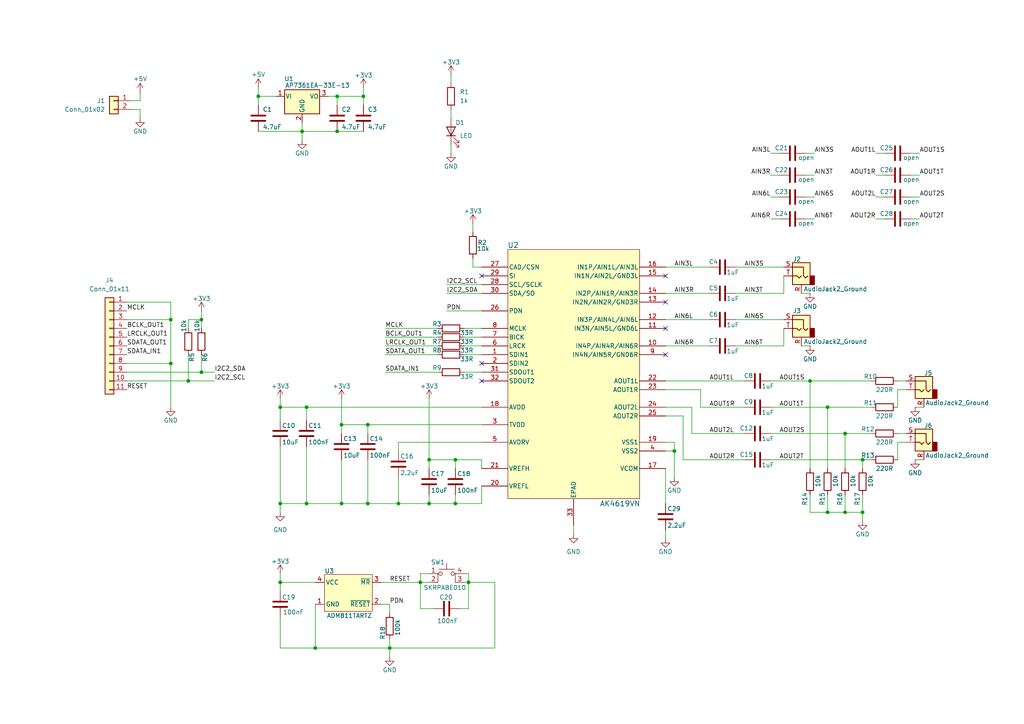
<source format=kicad_sch>
(kicad_sch (version 20250114) (generator "eeschema") (generator_version "9.0")
  (paper "A4")
  (lib_symbols
    (symbol "AudioJack2_Ground_1"
      (property "Reference" "J1" (at -0.635 8.89 0))
      (property "Value" "AudioJack2_Ground" (at -0.635 6.35 0))
      (symbol "AudioJack2_Ground_1_0_1"
        (rectangle (start -2.54 -2.54) (end -3.81 0) (stroke (width 0.254)) (fill (type outline)))
        (polyline (pts (xy 0 0) (xy 0.635 -0.635) (xy 1.27 0) (xy 2.54 0)) (stroke (width 0.254)))
        (rectangle (start 2.54 3.81) (end -2.54 -2.54) (stroke (width 0.254)) (fill (type background)))
        (polyline (pts (xy 2.54 2.54) (xy -0.635 2.54) (xy -0.635 0) (xy -1.27 -0.635) (xy -1.905 0)) (stroke (width 0.254)))
      )
      (symbol "AudioJack2_Ground_1_1_1"
        (pin passive line (at 0 -5.08 90) (length 2.54) (name "~") (number "R"))
        (pin passive line (at 5.08 2.54 180) (length 2.54) (name "~") (number "S"))
        (pin passive line (at 5.08 0 180) (length 2.54) (name "~") (number "T"))
      )
    )
    (symbol "Connector_Generic:Conn_01x02" (pin_names (offset 1.016) (hide yes))
      (property "Reference" "J" (at 0 2.54 0))
      (property "Value" "Conn_01x02" (at 0 -5.08 0))
      (symbol "Conn_01x02_1_1"
        (rectangle (start -1.27 1.27) (end 1.27 -3.81) (stroke (width 0.254)) (fill (type background)))
        (rectangle (start -1.27 0.127) (end 0 -0.127) (stroke (width 0.1524)))
        (rectangle (start -1.27 -2.413) (end 0 -2.667) (stroke (width 0.1524)))
        (pin passive line (at -5.08 0 0) (length 3.81) (name "Pin_1") (number "1"))
        (pin passive line (at -5.08 -2.54 0) (length 3.81) (name "Pin_2") (number "2"))
      )
    )
    (symbol "Connector_Generic:Conn_01x11" (pin_names (offset 1.016) (hide yes))
      (property "Reference" "J" (at 0 15.24 0))
      (property "Value" "Conn_01x11" (at 0 -15.24 0))
      (symbol "Conn_01x11_1_1"
        (rectangle (start -1.27 13.97) (end 1.27 -13.97) (stroke (width 0.254)) (fill (type background)))
        (rectangle (start -1.27 12.827) (end 0 12.573) (stroke (width 0.1524)))
        (rectangle (start -1.27 10.287) (end 0 10.033) (stroke (width 0.1524)))
        (rectangle (start -1.27 7.747) (end 0 7.493) (stroke (width 0.1524)))
        (rectangle (start -1.27 5.207) (end 0 4.953) (stroke (width 0.1524)))
        (rectangle (start -1.27 2.667) (end 0 2.413) (stroke (width 0.1524)))
        (rectangle (start -1.27 0.127) (end 0 -0.127) (stroke (width 0.1524)))
        (rectangle (start -1.27 -2.413) (end 0 -2.667) (stroke (width 0.1524)))
        (rectangle (start -1.27 -4.953) (end 0 -5.207) (stroke (width 0.1524)))
        (rectangle (start -1.27 -7.493) (end 0 -7.747) (stroke (width 0.1524)))
        (rectangle (start -1.27 -10.033) (end 0 -10.287) (stroke (width 0.1524)))
        (rectangle (start -1.27 -12.573) (end 0 -12.827) (stroke (width 0.1524)))
        (pin passive line (at -5.08 12.7 0) (length 3.81) (name "Pin_1") (number "1"))
        (pin passive line (at -5.08 10.16 0) (length 3.81) (name "Pin_2") (number "2"))
        (pin passive line (at -5.08 7.62 0) (length 3.81) (name "Pin_3") (number "3"))
        (pin passive line (at -5.08 5.08 0) (length 3.81) (name "Pin_4") (number "4"))
        (pin passive line (at -5.08 2.54 0) (length 3.81) (name "Pin_5") (number "5"))
        (pin passive line (at -5.08 0 0) (length 3.81) (name "Pin_6") (number "6"))
        (pin passive line (at -5.08 -2.54 0) (length 3.81) (name "Pin_7") (number "7"))
        (pin passive line (at -5.08 -5.08 0) (length 3.81) (name "Pin_8") (number "8"))
        (pin passive line (at -5.08 -7.62 0) (length 3.81) (name "Pin_9") (number "9"))
        (pin passive line (at -5.08 -10.16 0) (length 3.81) (name "Pin_10") (number "10"))
        (pin passive line (at -5.08 -12.7 0) (length 3.81) (name "Pin_11") (number "11"))
      )
    )
    (symbol "Device:C" (pin_numbers (hide yes)) (pin_names (offset 0.254))
      (property "Reference" "C" (at 0.635 2.54 0))
      (property "Value" "C" (at 0.635 -2.54 0))
      (symbol "C_0_1"
        (polyline (pts (xy -2.032 0.762) (xy 2.032 0.762)) (stroke (width 0.508)))
        (polyline (pts (xy -2.032 -0.762) (xy 2.032 -0.762)) (stroke (width 0.508)))
      )
      (symbol "C_1_1"
        (pin passive line (at 0 3.81 270) (length 2.794) (name "~") (number "1"))
        (pin passive line (at 0 -3.81 90) (length 2.794) (name "~") (number "2"))
      )
    )
    (symbol "Device:LED" (pin_numbers (hide yes)) (pin_names (offset 1.016) (hide yes))
      (property "Reference" "D" (at 0 2.54 0))
      (property "Value" "LED" (at 0 -2.54 0))
      (symbol "LED_0_1"
        (polyline (pts (xy -3.048 -0.762) (xy -4.572 -2.286) (xy -3.81 -2.286) (xy -4.572 -2.286) (xy -4.572 -1.524)))
        (polyline (pts (xy -1.778 -0.762) (xy -3.302 -2.286) (xy -2.54 -2.286) (xy -3.302 -2.286) (xy -3.302 -1.524)))
        (polyline (pts (xy -1.27 0) (xy 1.27 0)))
        (polyline (pts (xy -1.27 -1.27) (xy -1.27 1.27)) (stroke (width 0.254)))
        (polyline (pts (xy 1.27 -1.27) (xy 1.27 1.27) (xy -1.27 0) (xy 1.27 -1.27)) (stroke (width 0.254)))
      )
      (symbol "LED_1_1"
        (pin passive line (at -3.81 0 0) (length 2.54) (name "K") (number "1"))
        (pin passive line (at 3.81 0 180) (length 2.54) (name "A") (number "2"))
      )
    )
    (symbol "Device:R" (pin_numbers (hide yes)) (pin_names (offset 0))
      (property "Reference" "R" (at 2.032 0 90))
      (property "Value" "R" (at 0 0 90))
      (symbol "R_0_1"
        (rectangle (start -1.016 -2.54) (end 1.016 2.54) (stroke (width 0.254)))
      )
      (symbol "R_1_1"
        (pin passive line (at 0 3.81 270) (length 1.27) (name "~") (number "1"))
        (pin passive line (at 0 -3.81 90) (length 1.27) (name "~") (number "2"))
      )
    )
    (symbol "My_Parts:ADM811"
      (property "Reference" "U" (at -6.858 5.842 0))
      (property "Value" "ADM811TARTZ" (at -0.508 -6.858 0))
      (symbol "ADM811_1_1"
        (rectangle (start -7.493 4.826) (end 6.35 -5.842) (fill (type background)))
        (pin power_in line (at -10.16 2.54 0) (length 2.54) (name "VCC") (number "4"))
        (pin passive line (at -10.16 -3.81 0) (length 2.54) (name "GND") (number "1"))
        (pin input line (at 8.89 2.54 180) (length 2.54) (name "~{MR}") (number "3"))
        (pin output line (at 8.89 -3.81 180) (length 2.54) (name "~{RESET}") (number "2"))
      )
    )
    (symbol "My_Parts:AK4619VN" (pin_names (offset 0.254))
      (property "Reference" "U" (at -18.034 34.29 0))
      (property "Value" "AK4619VN" (at 13.208 -40.894 0))
      (symbol "AK4619VN_1_1"
        (rectangle (start -19.05 33.02) (end 19.177 -39.243) (fill (type background)))
        (pin input line (at -26.67 27.94 0) (length 7.62) (name "CAD/CSN") (number "27"))
        (pin input line (at -26.67 25.4 0) (length 7.62) (name "SI") (number "29"))
        (pin input line (at -26.67 22.86 0) (length 7.62) (name "SCL/SCLK") (number "28"))
        (pin bidirectional line (at -26.67 20.32 0) (length 7.62) (name "SDA/SO") (number "30"))
        (pin input line (at -26.67 15.24 0) (length 7.62) (name "PDN") (number "26"))
        (pin input line (at -26.67 10.16 0) (length 7.62) (name "MCLK") (number "8"))
        (pin input line (at -26.67 7.62 0) (length 7.62) (name "BICK") (number "7"))
        (pin input line (at -26.67 5.08 0) (length 7.62) (name "LRCK") (number "6"))
        (pin input line (at -26.67 2.54 0) (length 7.62) (name "SDIN1") (number "1"))
        (pin input line (at -26.67 0 0) (length 7.62) (name "SDIN2") (number "2"))
        (pin output line (at -26.67 -2.54 0) (length 7.62) (name "SDOUT1") (number "31"))
        (pin output line (at -26.67 -5.08 0) (length 7.62) (name "SDOUT2") (number "32"))
        (pin power_in line (at -26.67 -12.7 0) (length 7.62) (name "AVDD") (number "18"))
        (pin power_in line (at -26.67 -17.78 0) (length 7.62) (name "TVDD") (number "3"))
        (pin power_out line (at -26.67 -22.86 0) (length 7.62) (name "AVDRV") (number "5"))
        (pin input line (at -26.67 -30.48 0) (length 7.62) (name "VREFH") (number "21"))
        (pin input line (at -26.67 -35.56 0) (length 7.62) (name "VREFL") (number "20"))
        (pin passive line (at 0 -46.99 90) (length 7.62) (name "EPAD") (number "33"))
        (pin input line (at 26.67 27.94 180) (length 7.62) (name "IN1P/AIN1L/AIN3L") (number "16"))
        (pin input line (at 26.67 25.4 180) (length 7.62) (name "IN1N/AIN2L/GND3L") (number "15"))
        (pin input line (at 26.67 20.32 180) (length 7.62) (name "IN2P/AIN1R/AIN3R") (number "14"))
        (pin input line (at 26.67 17.78 180) (length 7.62) (name "IN2N/AIN2R/GND3R") (number "13"))
        (pin input line (at 26.67 12.7 180) (length 7.62) (name "IN3P/AIN4L/AIN6L") (number "12"))
        (pin input line (at 26.67 10.16 180) (length 7.62) (name "IN3N/AIN5L/GND6L") (number "11"))
        (pin input line (at 26.67 5.08 180) (length 7.62) (name "IN4P/AIN4R/AIN6R") (number "10"))
        (pin input line (at 26.67 2.54 180) (length 7.62) (name "IN4N/AIN5R/GND6R") (number "9"))
        (pin output line (at 26.67 -5.08 180) (length 7.62) (name "AOUT1L") (number "22"))
        (pin output line (at 26.67 -7.62 180) (length 7.62) (name "AOUT1R") (number "23"))
        (pin output line (at 26.67 -12.7 180) (length 7.62) (name "AOUT2L") (number "24"))
        (pin output line (at 26.67 -15.24 180) (length 7.62) (name "AOUT2R") (number "25"))
        (pin passive line (at 26.67 -22.86 180) (length 7.62) (name "VSS1") (number "19"))
        (pin passive line (at 26.67 -25.4 180) (length 7.62) (name "VSS2") (number "4"))
        (pin output line (at 26.67 -30.48 180) (length 7.62) (name "VCOM") (number "17"))
      )
    )
    (symbol "Regulator_Linear:AP7361C-18E" (pin_names (offset 0.254))
      (property "Reference" "U" (at -3.81 3.175 0))
      (property "Value" "AP7361C-18E" (at 0 3.175 0))
      (symbol "AP7361C-18E_0_1"
        (rectangle (start -5.08 -5.08) (end 5.08 1.905) (stroke (width 0.254)) (fill (type background)))
      )
      (symbol "AP7361C-18E_1_1"
        (pin power_in line (at -7.62 0 0) (length 2.54) (name "VI") (number "1"))
        (pin power_in line (at 0 -7.62 90) (length 2.54) (name "GND") (number "2"))
        (pin power_out line (at 7.62 0 180) (length 2.54) (name "VO") (number "3"))
      )
    )
    (symbol "Switch:SW_MEC_5E" (pin_names (offset 1.016) (hide yes))
      (property "Reference" "SW" (at 0.635 5.715 0))
      (property "Value" "SW_MEC_5E" (at 0 -3.175 0))
      (symbol "SW_MEC_5E_0_1"
        (polyline (pts (xy -2.54 0) (xy -2.54 2.54) (xy -2.286 2.54)))
        (polyline (pts (xy -2.286 3.81) (xy 2.286 3.81)))
        (circle (center -1.778 2.54) (radius 0.508))
        (polyline (pts (xy 0 3.81) (xy 0 5.588)))
        (circle (center 1.778 2.54) (radius 0.508))
        (polyline (pts (xy 2.54 0) (xy 2.54 2.54) (xy 2.286 2.54)))
        (pin passive line (at -5.08 2.54 0) (length 2.54) (name "1") (number "1"))
        (pin passive line (at -5.08 0 0) (length 2.54) (name "2") (number "2"))
        (pin passive line (at 5.08 2.54 180) (length 2.54) (name "A") (number "4"))
        (pin passive line (at 5.08 0 180) (length 2.54) (name "K") (number "3"))
      )
    )
    (symbol "power:+3V3" (power) (pin_numbers (hide yes)) (pin_names (offset 0) (hide yes))
      (property "Value" "+3V3" (at 0 3.556 0))
      (symbol "+3V3_0_1"
        (polyline (pts (xy -0.762 1.27) (xy 0 2.54)))
        (polyline (pts (xy 0 2.54) (xy 0.762 1.27)))
        (polyline (pts (xy 0 0) (xy 0 2.54)))
      )
      (symbol "+3V3_1_1"
        (pin power_in line (at 0 0 90) (length 0) (name "~") (number "1"))
      )
    )
    (symbol "power:+5V" (power) (pin_numbers (hide yes)) (pin_names (offset 0) (hide yes))
      (property "Value" "+5V" (at 0 3.556 0))
      (symbol "+5V_0_1"
        (polyline (pts (xy -0.762 1.27) (xy 0 2.54)))
        (polyline (pts (xy 0 2.54) (xy 0.762 1.27)))
        (polyline (pts (xy 0 0) (xy 0 2.54)))
      )
      (symbol "+5V_1_1"
        (pin power_in line (at 0 0 90) (length 0) (name "~") (number "1"))
      )
    )
    (symbol "power:GND" (power) (pin_numbers (hide yes)) (pin_names (offset 0) (hide yes))
      (property "Value" "GND" (at 0 -3.81 0))
      (symbol "GND_0_1"
        (polyline (pts (xy 0 0) (xy 0 -1.27) (xy 1.27 -1.27) (xy 0 -2.54) (xy -1.27 -1.27) (xy 0 -1.27)))
      )
      (symbol "GND_1_1"
        (pin power_in line (at 0 0 270) (length 0) (name "~") (number "1"))
      )
    )
  )
  (junction (at 99.06 146.05))
  (junction (at 88.9 118.11))
  (junction (at 240.03 118.11))
  (junction (at 115.57 146.05))
  (junction (at 81.28 168.91))
  (junction (at 81.28 146.05))
  (junction (at 58.42 107.95))
  (junction (at 240.03 148.59))
  (junction (at 97.79 38.1))
  (junction (at 88.9 146.05))
  (junction (at 87.63 38.1))
  (junction (at 97.79 27.94))
  (junction (at 132.08 133.35))
  (junction (at 250.19 148.59))
  (junction (at 49.53 105.41))
  (junction (at 81.28 118.11))
  (junction (at 74.93 27.94))
  (junction (at 113.03 187.96))
  (junction (at 54.61 110.49))
  (junction (at 124.46 146.05))
  (junction (at 121.92 168.91))
  (junction (at 234.95 110.49))
  (junction (at 195.58 130.81))
  (junction (at 106.68 123.19))
  (junction (at 124.46 133.35))
  (junction (at 105.41 27.94))
  (junction (at 58.42 92.71))
  (junction (at 49.53 92.71))
  (junction (at 245.11 125.73))
  (junction (at 99.06 123.19))
  (junction (at 132.08 146.05))
  (junction (at 91.44 187.96))
  (junction (at 106.68 146.05))
  (junction (at 135.89 168.91))
  (junction (at 245.11 148.59))
  (junction (at 250.19 133.35))
  (no_connect (at 193.04 87.63))
  (no_connect (at 139.7 110.49))
  (no_connect (at 193.04 80.01))
  (no_connect (at 193.04 102.87))
  (no_connect (at 139.7 80.01))
  (no_connect (at 193.04 95.25))
  (no_connect (at 139.7 105.41))
  (wire (pts (xy 36.83 107.95) (xy 58.42 107.95)))
  (wire (pts (xy 130.81 41.91) (xy 130.81 44.45)))
  (wire (pts (xy 250.19 143.51) (xy 250.19 148.59)))
  (wire (pts (xy 143.51 168.91) (xy 135.89 168.91)))
  (wire (pts (xy 193.04 110.49) (xy 215.9 110.49)))
  (wire (pts (xy 124.46 143.51) (xy 124.46 146.05)))
  (wire (pts (xy 134.62 107.95) (xy 139.7 107.95)))
  (wire (pts (xy 193.04 113.03) (xy 203.2 113.03)))
  (wire (pts (xy 200.66 125.73) (xy 215.9 125.73)))
  (wire (pts (xy 81.28 179.07) (xy 81.28 187.96)))
  (wire (pts (xy 80.01 27.94) (xy 74.93 27.94)))
  (wire (pts (xy 223.52 57.15) (xy 226.06 57.15)))
  (wire (pts (xy 234.95 148.59) (xy 240.03 148.59)))
  (wire (pts (xy 87.63 38.1) (xy 97.79 38.1)))
  (wire (pts (xy 115.57 128.27) (xy 139.7 128.27)))
  (wire (pts (xy 254 63.5) (xy 256.54 63.5)))
  (wire (pts (xy 245.11 125.73) (xy 245.11 135.89)))
  (wire (pts (xy 81.28 166.37) (xy 81.28 168.91)))
  (wire (pts (xy 74.93 27.94) (xy 74.93 30.48)))
  (wire (pts (xy 193.04 130.81) (xy 195.58 130.81)))
  (wire (pts (xy 111.76 107.95) (xy 127 107.95)))
  (wire (pts (xy 250.19 148.59) (xy 250.19 151.13)))
  (wire (pts (xy 250.19 133.35) (xy 250.19 135.89)))
  (wire (pts (xy 124.46 166.37) (xy 121.92 166.37)))
  (wire (pts (xy 130.81 21.59) (xy 130.81 24.13)))
  (wire (pts (xy 106.68 146.05) (xy 115.57 146.05)))
  (wire (pts (xy 223.52 118.11) (xy 240.03 118.11)))
  (wire (pts (xy 227.33 85.09) (xy 227.33 80.01)))
  (wire (pts (xy 193.04 77.47) (xy 205.74 77.47)))
  (wire (pts (xy 58.42 102.87) (xy 58.42 107.95)))
  (wire (pts (xy 245.11 125.73) (xy 252.73 125.73)))
  (wire (pts (xy 233.68 50.8) (xy 236.22 50.8)))
  (wire (pts (xy 74.93 38.1) (xy 87.63 38.1)))
  (wire (pts (xy 95.25 27.94) (xy 97.79 27.94)))
  (wire (pts (xy 106.68 133.35) (xy 106.68 146.05)))
  (wire (pts (xy 198.12 133.35) (xy 215.9 133.35)))
  (wire (pts (xy 129.54 85.09) (xy 139.7 85.09)))
  (wire (pts (xy 87.63 38.1) (xy 87.63 40.64)))
  (wire (pts (xy 139.7 118.11) (xy 88.9 118.11)))
  (wire (pts (xy 234.95 143.51) (xy 234.95 148.59)))
  (wire (pts (xy 99.06 133.35) (xy 99.06 146.05)))
  (wire (pts (xy 137.16 77.47) (xy 139.7 77.47)))
  (wire (pts (xy 139.7 135.89) (xy 139.7 133.35)))
  (wire (pts (xy 81.28 168.91) (xy 81.28 171.45)))
  (wire (pts (xy 137.16 74.93) (xy 137.16 77.47)))
  (wire (pts (xy 134.62 100.33) (xy 139.7 100.33)))
  (wire (pts (xy 87.63 35.56) (xy 87.63 38.1)))
  (wire (pts (xy 134.62 166.37) (xy 135.89 166.37)))
  (wire (pts (xy 105.41 25.4) (xy 105.41 27.94)))
  (wire (pts (xy 265.43 133.35) (xy 267.97 133.35)))
  (wire (pts (xy 213.36 92.71) (xy 227.33 92.71)))
  (wire (pts (xy 110.49 168.91) (xy 121.92 168.91)))
  (wire (pts (xy 134.62 95.25) (xy 139.7 95.25)))
  (wire (pts (xy 88.9 118.11) (xy 88.9 121.92)))
  (wire (pts (xy 58.42 92.71) (xy 58.42 95.25)))
  (wire (pts (xy 234.95 110.49) (xy 252.73 110.49)))
  (wire (pts (xy 36.83 110.49) (xy 54.61 110.49)))
  (wire (pts (xy 233.68 44.45) (xy 236.22 44.45)))
  (wire (pts (xy 113.03 187.96) (xy 113.03 190.5)))
  (wire (pts (xy 124.46 146.05) (xy 132.08 146.05)))
  (wire (pts (xy 135.89 166.37) (xy 135.89 168.91)))
  (wire (pts (xy 113.03 175.26) (xy 113.03 177.8)))
  (wire (pts (xy 133.35 176.53) (xy 135.89 176.53)))
  (wire (pts (xy 129.54 90.17) (xy 139.7 90.17)))
  (wire (pts (xy 36.83 105.41) (xy 49.53 105.41)))
  (wire (pts (xy 81.28 118.11) (xy 88.9 118.11)))
  (wire (pts (xy 124.46 135.89) (xy 124.46 133.35)))
  (wire (pts (xy 105.41 27.94) (xy 97.79 27.94)))
  (wire (pts (xy 227.33 100.33) (xy 227.33 95.25)))
  (wire (pts (xy 115.57 138.43) (xy 115.57 146.05)))
  (wire (pts (xy 115.57 130.81) (xy 115.57 128.27)))
  (wire (pts (xy 193.04 120.65) (xy 198.12 120.65)))
  (wire (pts (xy 111.76 100.33) (xy 127 100.33)))
  (wire (pts (xy 49.53 87.63) (xy 49.53 92.71)))
  (wire (pts (xy 213.36 85.09) (xy 227.33 85.09)))
  (wire (pts (xy 193.04 118.11) (xy 200.66 118.11)))
  (wire (pts (xy 245.11 143.51) (xy 245.11 148.59)))
  (wire (pts (xy 125.73 176.53) (xy 121.92 176.53)))
  (wire (pts (xy 260.35 133.35) (xy 260.35 128.27)))
  (wire (pts (xy 62.23 107.95) (xy 58.42 107.95)))
  (wire (pts (xy 139.7 140.97) (xy 139.7 146.05)))
  (wire (pts (xy 81.28 148.59) (xy 81.28 146.05)))
  (wire (pts (xy 62.23 110.49) (xy 54.61 110.49)))
  (wire (pts (xy 54.61 95.25) (xy 54.61 92.71)))
  (wire (pts (xy 91.44 175.26) (xy 91.44 187.96)))
  (wire (pts (xy 223.52 63.5) (xy 226.06 63.5)))
  (wire (pts (xy 240.03 118.11) (xy 252.73 118.11)))
  (wire (pts (xy 111.76 102.87) (xy 127 102.87)))
  (wire (pts (xy 110.49 175.26) (xy 113.03 175.26)))
  (wire (pts (xy 223.52 133.35) (xy 250.19 133.35)))
  (wire (pts (xy 260.35 128.27) (xy 262.89 128.27)))
  (wire (pts (xy 240.03 143.51) (xy 240.03 148.59)))
  (wire (pts (xy 81.28 115.57) (xy 81.28 118.11)))
  (wire (pts (xy 115.57 146.05) (xy 124.46 146.05)))
  (wire (pts (xy 49.53 92.71) (xy 49.53 105.41)))
  (wire (pts (xy 38.1 29.21) (xy 40.64 29.21)))
  (wire (pts (xy 137.16 64.77) (xy 137.16 67.31)))
  (wire (pts (xy 135.89 176.53) (xy 135.89 168.91)))
  (wire (pts (xy 91.44 168.91) (xy 81.28 168.91)))
  (wire (pts (xy 113.03 185.42) (xy 113.03 187.96)))
  (wire (pts (xy 134.62 97.79) (xy 139.7 97.79)))
  (wire (pts (xy 193.04 153.67) (xy 193.04 156.21)))
  (wire (pts (xy 232.41 85.09) (xy 234.95 85.09)))
  (wire (pts (xy 105.41 30.48) (xy 105.41 27.94)))
  (wire (pts (xy 134.62 102.87) (xy 139.7 102.87)))
  (wire (pts (xy 260.35 118.11) (xy 260.35 113.03)))
  (wire (pts (xy 264.16 57.15) (xy 266.7 57.15)))
  (wire (pts (xy 223.52 125.73) (xy 245.11 125.73)))
  (wire (pts (xy 195.58 128.27) (xy 195.58 130.81)))
  (wire (pts (xy 232.41 100.33) (xy 234.95 100.33)))
  (wire (pts (xy 223.52 44.45) (xy 226.06 44.45)))
  (wire (pts (xy 91.44 187.96) (xy 113.03 187.96)))
  (wire (pts (xy 132.08 146.05) (xy 139.7 146.05)))
  (wire (pts (xy 54.61 92.71) (xy 58.42 92.71)))
  (wire (pts (xy 233.68 63.5) (xy 236.22 63.5)))
  (wire (pts (xy 193.04 135.89) (xy 193.04 146.05)))
  (wire (pts (xy 234.95 110.49) (xy 234.95 135.89)))
  (wire (pts (xy 240.03 118.11) (xy 240.03 135.89)))
  (wire (pts (xy 143.51 187.96) (xy 113.03 187.96)))
  (wire (pts (xy 213.36 77.47) (xy 227.33 77.47)))
  (wire (pts (xy 193.04 100.33) (xy 205.74 100.33)))
  (wire (pts (xy 99.06 146.05) (xy 106.68 146.05)))
  (wire (pts (xy 203.2 113.03) (xy 203.2 118.11)))
  (wire (pts (xy 260.35 110.49) (xy 262.89 110.49)))
  (wire (pts (xy 250.19 133.35) (xy 252.73 133.35)))
  (wire (pts (xy 36.83 92.71) (xy 49.53 92.71)))
  (wire (pts (xy 88.9 146.05) (xy 99.06 146.05)))
  (wire (pts (xy 129.54 82.55) (xy 139.7 82.55)))
  (wire (pts (xy 121.92 168.91) (xy 124.46 168.91)))
  (wire (pts (xy 74.93 25.4) (xy 74.93 27.94)))
  (wire (pts (xy 193.04 92.71) (xy 205.74 92.71)))
  (wire (pts (xy 99.06 115.57) (xy 99.06 123.19)))
  (wire (pts (xy 88.9 129.54) (xy 88.9 146.05)))
  (wire (pts (xy 121.92 166.37) (xy 121.92 168.91)))
  (wire (pts (xy 54.61 102.87) (xy 54.61 110.49)))
  (wire (pts (xy 139.7 123.19) (xy 106.68 123.19)))
  (wire (pts (xy 132.08 133.35) (xy 139.7 133.35)))
  (wire (pts (xy 99.06 125.73) (xy 99.06 123.19)))
  (wire (pts (xy 81.28 146.05) (xy 88.9 146.05)))
  (wire (pts (xy 38.1 31.75) (xy 40.64 31.75)))
  (wire (pts (xy 254 44.45) (xy 256.54 44.45)))
  (wire (pts (xy 111.76 97.79) (xy 127 97.79)))
  (wire (pts (xy 200.66 118.11) (xy 200.66 125.73)))
  (wire (pts (xy 260.35 125.73) (xy 262.89 125.73)))
  (wire (pts (xy 264.16 63.5) (xy 266.7 63.5)))
  (wire (pts (xy 97.79 38.1) (xy 105.41 38.1)))
  (wire (pts (xy 40.64 29.21) (xy 40.64 26.67)))
  (wire (pts (xy 97.79 27.94) (xy 97.79 30.48)))
  (wire (pts (xy 223.52 50.8) (xy 226.06 50.8)))
  (wire (pts (xy 143.51 168.91) (xy 143.51 187.96)))
  (wire (pts (xy 135.89 168.91) (xy 134.62 168.91)))
  (wire (pts (xy 106.68 123.19) (xy 106.68 125.73)))
  (wire (pts (xy 203.2 118.11) (xy 215.9 118.11)))
  (wire (pts (xy 193.04 85.09) (xy 205.74 85.09)))
  (wire (pts (xy 81.28 187.96) (xy 91.44 187.96)))
  (wire (pts (xy 166.37 154.94) (xy 166.37 152.4)))
  (wire (pts (xy 233.68 57.15) (xy 236.22 57.15)))
  (wire (pts (xy 36.83 87.63) (xy 49.53 87.63)))
  (wire (pts (xy 260.35 113.03) (xy 262.89 113.03)))
  (wire (pts (xy 130.81 31.75) (xy 130.81 34.29)))
  (wire (pts (xy 193.04 128.27) (xy 195.58 128.27)))
  (wire (pts (xy 124.46 133.35) (xy 132.08 133.35)))
  (wire (pts (xy 132.08 146.05) (xy 132.08 143.51)))
  (wire (pts (xy 240.03 148.59) (xy 245.11 148.59)))
  (wire (pts (xy 264.16 44.45) (xy 266.7 44.45)))
  (wire (pts (xy 254 50.8) (xy 256.54 50.8)))
  (wire (pts (xy 132.08 133.35) (xy 132.08 135.89)))
  (wire (pts (xy 121.92 176.53) (xy 121.92 168.91)))
  (wire (pts (xy 213.36 100.33) (xy 227.33 100.33)))
  (wire (pts (xy 195.58 130.81) (xy 195.58 138.43)))
  (wire (pts (xy 40.64 31.75) (xy 40.64 34.29)))
  (wire (pts (xy 111.76 95.25) (xy 127 95.25)))
  (wire (pts (xy 254 57.15) (xy 256.54 57.15)))
  (wire (pts (xy 81.28 129.54) (xy 81.28 146.05)))
  (wire (pts (xy 223.52 110.49) (xy 234.95 110.49)))
  (wire (pts (xy 81.28 121.92) (xy 81.28 118.11)))
  (wire (pts (xy 245.11 148.59) (xy 250.19 148.59)))
  (wire (pts (xy 198.12 120.65) (xy 198.12 133.35)))
  (wire (pts (xy 49.53 105.41) (xy 49.53 118.11)))
  (wire (pts (xy 264.16 50.8) (xy 266.7 50.8)))
  (wire (pts (xy 58.42 90.17) (xy 58.42 92.71)))
  (wire (pts (xy 99.06 123.19) (xy 106.68 123.19)))
  (wire (pts (xy 265.43 118.11) (xy 267.97 118.11)))
  (wire (pts (xy 124.46 115.57) (xy 124.46 133.35)))
  (label "BCLK_OUT1" (at 111.76 97.79 0))
  (label "SDATA_IN1" (at 111.76 107.95 0))
  (label "AOUT1T" (at 266.7 50.8 0))
  (label "AOUT1L" (at 205.74 110.49 0))
  (label "SDATA_IN1" (at 36.83 102.87 0))
  (label "AOUT2T" (at 226.06 133.35 0))
  (label "MCLK" (at 36.83 90.17 0))
  (label "AIN6L" (at 223.52 57.15 180))
  (label "AOUT2R" (at 205.74 133.35 0))
  (label "AIN6L" (at 195.58 92.71 0))
  (label "PDN" (at 129.54 90.17 0))
  (label "RESET" (at 113.03 168.91 0))
  (label "AOUT2S" (at 226.06 125.73 0))
  (label "AIN3S" (at 236.22 44.45 0))
  (label "AIN6S" (at 236.22 57.15 0))
  (label "AIN6S" (at 215.9 92.71 0))
  (label "AOUT2L" (at 254 57.15 180))
  (label "AOUT1R" (at 254 50.8 180))
  (label "RESET" (at 36.83 113.03 0))
  (label "AOUT1R" (at 205.74 118.11 0))
  (label "AOUT2R" (at 254 63.5 180))
  (label "AOUT1S" (at 266.7 44.45 0))
  (label "AIN6T" (at 215.9 100.33 0))
  (label "AOUT1T" (at 226.06 118.11 0))
  (label "LRCLK_OUT1" (at 111.76 100.33 0))
  (label "AIN6T" (at 236.22 63.5 0))
  (label "AIN3R" (at 223.52 50.8 180))
  (label "SDATA_OUT1" (at 36.83 100.33 0))
  (label "AIN3R" (at 195.58 85.09 0))
  (label "I2C2_SDA" (at 129.54 85.09 0))
  (label "AOUT2S" (at 266.7 57.15 0))
  (label "AOUT1S" (at 226.06 110.49 0))
  (label "AIN3T" (at 236.22 50.8 0))
  (label "AIN3T" (at 215.9 85.09 0))
  (label "I2C2_SDA" (at 62.23 107.95 0))
  (label "AOUT1L" (at 254 44.45 180))
  (label "AIN3L" (at 195.58 77.47 0))
  (label "I2C2_SCL" (at 62.23 110.49 0))
  (label "AOUT2L" (at 205.74 125.73 0))
  (label "BCLK_OUT1" (at 36.83 95.25 0))
  (label "I2C2_SCL" (at 129.54 82.55 0))
  (label "MCLK" (at 111.76 95.25 0))
  (label "LRCLK_OUT1" (at 36.83 97.79 0))
  (label "AOUT2T" (at 266.7 63.5 0))
  (label "AIN3S" (at 215.9 77.47 0))
  (label "AIN6R" (at 195.58 100.33 0))
  (label "PDN" (at 113.03 175.26 0))
  (label "SDATA_OUT1" (at 111.76 102.87 0))
  (label "AIN6R" (at 223.52 63.5 180))
  (label "AIN3L" (at 223.52 44.45 180))
  (symbol (lib_id "power:GND") (at 234.95 85.09 0) (unit 1)
    (property "Reference" "#PWR09" (effects (hide yes)))
    (property "Value" "GND" (at 234.95 88.9 0))
    (property "Description" "Power symbol creates a global label with name \"GND\" , ground" (effects (hide yes)))
  )
  (symbol (lib_id "Device:C") (at 229.87 57.15 90) (unit 1)
    (property "Reference" "C23" (at 228.6 55.626 90) (effects (justify left)))
    (property "Value" "open" (at 236.22 58.42 90) (effects (justify left)))
    (property "Footprint" "Capacitor_SMD:C_1812_4532Metric_Pad1.57x3.40mm_HandSolder" (effects (hide yes)))
    (property "Description" "Unpolarized capacitor" (effects (hide yes)))
  )
  (symbol (lib_id "Device:C") (at 106.68 129.54 0) (unit 1)
    (property "Reference" "C14" (at 107.188 127.254 0) (effects (justify left)))
    (property "Value" "100nF" (at 107.188 132.08 0) (effects (justify left)))
    (property "Footprint" "Capacitor_SMD:C_0201_0603Metric" (effects (hide yes)))
    (property "Description" "Unpolarized capacitor" (effects (hide yes)))
  )
  (symbol (lib_id "power:+3V3") (at 130.81 21.59 0) (unit 1)
    (property "Reference" "#PWR01" (effects (hide yes)))
    (property "Value" "+3V3" (at 130.81 18.034 0))
    (property "Description" "Power symbol creates a global label with name \"+3V3\"" (effects (hide yes)))
  )
  (symbol (lib_id "Device:C") (at 209.55 100.33 90) (unit 1)
    (property "Reference" "C7" (at 208.28 98.806 90) (effects (justify left)))
    (property "Value" "1uF" (at 214.376 101.854 90) (effects (justify left)))
    (property "Footprint" "Capacitor_SMD:C_1210_3225Metric_Pad1.33x2.70mm_HandSolder" (effects (hide yes)))
    (property "Description" "Unpolarized capacitor" (effects (hide yes)))
  )
  (symbol (lib_id "Device:C") (at 209.55 92.71 90) (unit 1)
    (property "Reference" "C6" (at 208.28 91.186 90) (effects (justify left)))
    (property "Value" "1uF" (at 214.376 94.234 90) (effects (justify left)))
    (property "Footprint" "Capacitor_SMD:C_1210_3225Metric_Pad1.33x2.70mm_HandSolder" (effects (hide yes)))
    (property "Description" "Unpolarized capacitor" (effects (hide yes)))
  )
  (symbol (lib_id "My_Parts:ADM811") (at 101.6 171.45 0) (unit 1)
    (property "Reference" "U3" (at 95.504 165.608 0))
    (property "Value" "ADM811TARTZ" (at 101.346 178.562 0))
    (property "Footprint" "Package_TO_SOT_SMD:SOT-143" (effects (hide yes)))
  )
  (symbol (lib_id "Device:R") (at 113.03 181.61 180) (unit 1)
    (property "Reference" "R18" (at 110.998 181.61 90) (effects (justify left)))
    (property "Value" "100k" (at 115.316 179.578 90) (effects (justify left)))
    (property "Footprint" "Resistor_SMD:R_0201_0603Metric" (effects (hide yes)))
    (property "Description" "Resistor" (effects (hide yes)))
  )
  (symbol (lib_id "Device:R") (at 130.81 97.79 90) (unit 1)
    (property "Reference" "R4" (at 126.746 96.52 90))
    (property "Value" "33R" (at 135.382 99.06 90))
    (property "Footprint" "Resistor_SMD:R_0201_0603Metric" (effects (hide yes)))
    (property "Description" "Resistor" (effects (hide yes)))
  )
  (symbol (lib_id "Device:C") (at 105.41 34.29 0) (unit 1)
    (property "Reference" "C3" (at 106.68 31.75 0) (effects (justify left)))
    (property "Value" "4.7uF" (at 106.68 36.83 0) (effects (justify left)))
    (property "Footprint" "Capacitor_SMD:C_0603_1608Metric" (effects (hide yes)))
  )
  (symbol (lib_id "power:GND") (at 130.81 44.45 0) (unit 1)
    (property "Reference" "#PWR07" (effects (hide yes)))
    (property "Value" "GND" (at 130.81 48.26 0))
  )
  (symbol (lib_id "Device:C") (at 124.46 139.7 0) (unit 1)
    (property "Reference" "C17" (at 124.968 137.414 0) (effects (justify left)))
    (property "Value" "10uF" (at 124.968 142.24 0) (effects (justify left)))
    (property "Footprint" "Capacitor_SMD:C_0402_1005Metric" (effects (hide yes)))
    (property "Description" "Unpolarized capacitor" (effects (hide yes)))
  )
  (symbol (lib_id "Regulator_Linear:AP7361C-18E") (at 87.63 27.94 0) (unit 1)
    (property "Reference" "U1" (at 83.82 22.86 0))
    (property "Value" "AP7361EA-33E-13" (at 92.075 24.765 0))
    (property "Footprint" "Package_TO_SOT_SMD:SOT-223-3_TabPin2" (effects (hide yes)))
    (property "Datasheet" "https://www.diodes.com/assets/Datasheets/AP7361C.pdf" (effects (hide yes)))
  )
  (symbol (lib_id "power:+5V") (at 40.64 26.67 0) (unit 1)
    (property "Reference" "#PWR04" (effects (hide yes)))
    (property "Value" "+5V" (at 40.64 22.86 0))
    (property "Description" "Power symbol creates a global label with name \"+5V\"" (effects (hide yes)))
  )
  (symbol (lib_id "Device:C") (at 129.54 176.53 90) (unit 1)
    (property "Reference" "C20" (at 131.318 173.228 90) (effects (justify left)))
    (property "Value" "100nF" (at 132.842 180.086 90) (effects (justify left)))
    (property "Footprint" "Capacitor_SMD:C_0402_1005Metric" (effects (hide yes)))
    (property "Description" "Unpolarized capacitor" (effects (hide yes)))
  )
  (symbol (lib_id "power:GND") (at 193.04 156.21 0) (unit 1)
    (property "Reference" "#PWR024" (effects (hide yes)))
    (property "Value" "GND" (at 193.04 160.02 0))
    (property "Description" "Power symbol creates a global label with name \"GND\" , ground" (effects (hide yes)))
  )
  (symbol (lib_id "Device:C") (at 229.87 50.8 90) (unit 1)
    (property "Reference" "C22" (at 228.6 49.276 90) (effects (justify left)))
    (property "Value" "open" (at 236.22 52.07 90) (effects (justify left)))
    (property "Footprint" "Capacitor_SMD:C_1812_4532Metric_Pad1.57x3.40mm_HandSolder" (effects (hide yes)))
    (property "Description" "Unpolarized capacitor" (effects (hide yes)))
  )
  (symbol (lib_id "Device:C") (at 99.06 129.54 0) (unit 1)
    (property "Reference" "C13" (at 99.568 127.254 0) (effects (justify left)))
    (property "Value" "10uF" (at 99.568 132.08 0) (effects (justify left)))
    (property "Footprint" "Capacitor_SMD:C_0402_1005Metric" (effects (hide yes)))
    (property "Description" "Unpolarized capacitor" (effects (hide yes)))
  )
  (symbol (lib_id "Device:C") (at 115.57 134.62 0) (unit 1)
    (property "Reference" "C16" (at 116.078 132.334 0) (effects (justify left)))
    (property "Value" "2.2uF" (at 116.078 137.16 0) (effects (justify left)))
    (property "Footprint" "Capacitor_SMD:C_0201_0603Metric" (effects (hide yes)))
    (property "Description" "Unpolarized capacitor" (effects (hide yes)))
  )
  (symbol (lib_id "Device:R") (at 256.54 110.49 90) (unit 1)
    (property "Reference" "R10" (at 252.476 109.22 90))
    (property "Value" "220R" (at 256.54 113.03 90))
    (property "Footprint" "Resistor_SMD:R_0603_1608Metric_Pad0.98x0.95mm_HandSolder" (effects (hide yes)))
    (property "Description" "Resistor" (effects (hide yes)))
  )
  (symbol (lib_id "Device:C") (at 260.35 57.15 90) (unit 1)
    (property "Reference" "C27" (at 259.08 55.626 90) (effects (justify left)))
    (property "Value" "open" (at 266.7 58.42 90) (effects (justify left)))
    (property "Footprint" "Capacitor_SMD:C_1812_4532Metric_Pad1.57x3.40mm_HandSolder" (effects (hide yes)))
    (property "Description" "Unpolarized capacitor" (effects (hide yes)))
  )
  (symbol (lib_id "Device:C") (at 81.28 125.73 0) (unit 1)
    (property "Reference" "C10" (at 81.788 123.444 0) (effects (justify left)))
    (property "Value" "10uF" (at 81.788 128.27 0) (effects (justify left)))
    (property "Footprint" "Capacitor_SMD:C_0402_1005Metric" (effects (hide yes)))
    (property "Description" "Unpolarized capacitor" (effects (hide yes)))
  )
  (symbol (lib_id "power:GND") (at 265.43 118.11 0) (unit 1)
    (property "Reference" "#PWR016" (effects (hide yes)))
    (property "Value" "GND" (at 265.43 121.92 0))
    (property "Description" "Power symbol creates a global label with name \"GND\" , ground" (effects (hide yes)))
  )
  (symbol (lib_id "Device:LED") (at 130.81 38.1 90) (unit 1)
    (property "Reference" "D1" (at 132.08 35.56 90) (effects (justify right)))
    (property "Value" "LED" (at 133.35 39.37 90) (effects (justify right)))
    (property "Footprint" "LED_SMD:LED_0603_1608Metric" (effects (hide yes)))
  )
  (symbol (lib_id "Device:R") (at 130.81 95.25 90) (unit 1)
    (property "Reference" "R3" (at 126.746 93.98 90))
    (property "Value" "33R" (at 135.382 96.52 90))
    (property "Footprint" "Resistor_SMD:R_0201_0603Metric" (effects (hide yes)))
    (property "Description" "Resistor" (effects (hide yes)))
  )
  (symbol (lib_id "Device:C") (at 219.71 133.35 90) (unit 1)
    (property "Reference" "C15" (at 218.44 131.826 90) (effects (justify left)))
    (property "Value" "1uF" (at 224.536 134.874 90) (effects (justify left)))
    (property "Footprint" "Capacitor_SMD:C_1210_3225Metric_Pad1.33x2.70mm_HandSolder" (effects (hide yes)))
    (property "Description" "Unpolarized capacitor" (effects (hide yes)))
  )
  (symbol (lib_id "Device:C") (at 219.71 110.49 90) (unit 1)
    (property "Reference" "C8" (at 218.44 108.966 90) (effects (justify left)))
    (property "Value" "1uF" (at 224.536 112.014 90) (effects (justify left)))
    (property "Footprint" "Capacitor_SMD:C_1210_3225Metric_Pad1.33x2.70mm_HandSolder" (effects (hide yes)))
    (property "Description" "Unpolarized capacitor" (effects (hide yes)))
  )
  (symbol (lib_id "power:+3V3") (at 99.06 115.57 0) (unit 1)
    (property "Reference" "#PWR013" (effects (hide yes)))
    (property "Value" "+3V3" (at 99.06 112.014 0))
    (property "Description" "Power symbol creates a global label with name \"+3V3\"" (effects (hide yes)))
  )
  (symbol (lib_id "Device:C") (at 74.93 34.29 0) (unit 1)
    (property "Reference" "C1" (at 76.2 31.75 0) (effects (justify left)))
    (property "Value" "4.7uF" (at 76.2 36.83 0) (effects (justify left)))
    (property "Footprint" "Capacitor_SMD:C_0603_1608Metric" (effects (hide yes)))
  )
  (symbol (lib_id "Switch:SW_MEC_5E") (at 129.54 168.91 0) (unit 1)
    (property "Reference" "SW1" (at 127 163.068 0))
    (property "Value" "SKRPABE010" (at 129.032 170.434 0))
    (property "Footprint" "My_Parts:SKRPABE010" (effects (hide yes)))
    (property "Datasheet" "http://www.apem.com/int/index.php?controller=attachment&id_attachment=1371" (effects (hide yes)))
  )
  (symbol (lib_name "AudioJack2_Ground_1") (lib_id "Connector_Audio:AudioJack2_Ground") (at 232.41 80.01 0) (mirror y) (unit 1)
    (property "Reference" "J2" (at 231.14 75.184 0))
    (property "Value" "AudioJack2_Ground" (at 242.316 83.82 0))
    (property "Footprint" "My_Parts:Jack_3.5mm_QingPu_WQP-PJ366ST_Vertical" (effects (hide yes)))
  )
  (symbol (lib_id "Device:R") (at 130.81 100.33 90) (unit 1)
    (property "Reference" "R7" (at 126.746 99.06 90))
    (property "Value" "33R" (at 135.382 101.6 90))
    (property "Footprint" "Resistor_SMD:R_0201_0603Metric" (effects (hide yes)))
    (property "Description" "Resistor" (effects (hide yes)))
  )
  (symbol (lib_id "Device:C") (at 209.55 85.09 90) (unit 1)
    (property "Reference" "C5" (at 208.28 83.566 90) (effects (justify left)))
    (property "Value" "1uF" (at 214.376 86.614 90) (effects (justify left)))
    (property "Footprint" "Capacitor_SMD:C_1210_3225Metric_Pad1.33x2.70mm_HandSolder" (effects (hide yes)))
    (property "Description" "Unpolarized capacitor" (effects (hide yes)))
  )
  (symbol (lib_id "power:GND") (at 81.28 148.59 0) (unit 1)
    (property "Reference" "#PWR019" (effects (hide yes)))
    (property "Value" "GND" (at 81.28 153.67 0))
    (property "Description" "Power symbol creates a global label with name \"GND\" , ground" (effects (hide yes)))
  )
  (symbol (lib_id "Device:C") (at 260.35 63.5 90) (unit 1)
    (property "Reference" "C28" (at 259.08 61.976 90) (effects (justify left)))
    (property "Value" "open" (at 266.7 64.77 90) (effects (justify left)))
    (property "Footprint" "Capacitor_SMD:C_1812_4532Metric_Pad1.57x3.40mm_HandSolder" (effects (hide yes)))
    (property "Description" "Unpolarized capacitor" (effects (hide yes)))
  )
  (symbol (lib_id "Device:C") (at 209.55 77.47 90) (unit 1)
    (property "Reference" "C4" (at 208.28 75.946 90) (effects (justify left)))
    (property "Value" "1uF" (at 214.376 78.994 90) (effects (justify left)))
    (property "Footprint" "Capacitor_SMD:C_1210_3225Metric_Pad1.33x2.70mm_HandSolder" (effects (hide yes)))
    (property "Description" "Unpolarized capacitor" (effects (hide yes)))
  )
  (symbol (lib_id "power:+5V") (at 74.93 25.4 0) (unit 1)
    (property "Reference" "#PWR02" (effects (hide yes)))
    (property "Value" "+5V" (at 74.93 21.59 0))
    (property "Description" "Power symbol creates a global label with name \"+5V\"" (effects (hide yes)))
  )
  (symbol (lib_id "Device:C") (at 219.71 125.73 90) (unit 1)
    (property "Reference" "C12" (at 218.44 124.206 90) (effects (justify left)))
    (property "Value" "1uF" (at 224.536 127.254 90) (effects (justify left)))
    (property "Footprint" "Capacitor_SMD:C_1210_3225Metric_Pad1.33x2.70mm_HandSolder" (effects (hide yes)))
    (property "Description" "Unpolarized capacitor" (effects (hide yes)))
  )
  (symbol (lib_id "power:+3V3") (at 81.28 166.37 0) (unit 1)
    (property "Reference" "#PWR022" (effects (hide yes)))
    (property "Value" "+3V3" (at 81.28 162.814 0))
    (property "Description" "Power symbol creates a global label with name \"+3V3\"" (effects (hide yes)))
  )
  (symbol (lib_id "power:GND") (at 49.53 118.11 0) (mirror y) (unit 1)
    (property "Reference" "#PWR015" (effects (hide yes)))
    (property "Value" "GND" (at 49.53 121.92 0))
  )
  (symbol (lib_id "Device:C") (at 219.71 118.11 90) (unit 1)
    (property "Reference" "C9" (at 218.44 116.586 90) (effects (justify left)))
    (property "Value" "1uF" (at 224.536 119.634 90) (effects (justify left)))
    (property "Footprint" "Capacitor_SMD:C_1210_3225Metric_Pad1.33x2.70mm_HandSolder" (effects (hide yes)))
    (property "Description" "Unpolarized capacitor" (effects (hide yes)))
  )
  (symbol (lib_id "Device:R") (at 234.95 139.7 180) (unit 1)
    (property "Reference" "R14" (at 233.426 142.748 90) (effects (justify left)))
    (property "Value" "10k" (at 237.236 137.668 90) (effects (justify left)))
    (property "Footprint" "Resistor_SMD:R_0201_0603Metric_Pad0.64x0.40mm_HandSolder" (effects (hide yes)))
    (property "Description" "Resistor" (effects (hide yes)))
  )
  (symbol (lib_id "power:+3V3") (at 137.16 64.77 0) (mirror y) (unit 1)
    (property "Reference" "#PWR08" (effects (hide yes)))
    (property "Value" "+3V3" (at 137.16 61.214 0))
    (property "Description" "Power symbol creates a global label with name \"+3V3\"" (effects (hide yes)))
  )
  (symbol (lib_id "Device:R") (at 130.81 27.94 0) (unit 1)
    (property "Reference" "R1" (at 133.35 26.67 0) (effects (justify left)))
    (property "Value" "1k" (at 133.35 29.21 0) (effects (justify left)))
    (property "Footprint" "Resistor_SMD:R_0201_0603Metric" (effects (hide yes)))
  )
  (symbol (lib_id "power:+3V3") (at 124.46 115.57 0) (unit 1)
    (property "Reference" "#PWR014" (effects (hide yes)))
    (property "Value" "+3V3" (at 124.46 112.014 0))
    (property "Description" "Power symbol creates a global label with name \"+3V3\"" (effects (hide yes)))
  )
  (symbol (lib_id "Connector_Generic:Conn_01x02") (at 33.02 29.21 0) (mirror y) (unit 1)
    (property "Reference" "J1" (at 30.48 29.2099 0) (effects (justify left)))
    (property "Value" "Conn_01x02" (at 30.48 31.7499 0) (effects (justify left)))
    (property "Footprint" "Connector_JST:JST_PH_S2B-PH-K_1x02_P2.00mm_Horizontal" (effects (hide yes)))
    (property "Description" "Generic connector, single row, 01x02, script generated (kicad-library-utils/schlib/autogen/connector/)" (effects (hide yes)))
  )
  (symbol (lib_id "Device:C") (at 193.04 149.86 0) (unit 1)
    (property "Reference" "C29" (at 193.548 147.574 0) (effects (justify left)))
    (property "Value" "2.2uF" (at 193.548 152.4 0) (effects (justify left)))
    (property "Footprint" "Capacitor_SMD:C_0201_0603Metric" (effects (hide yes)))
    (property "Description" "Unpolarized capacitor" (effects (hide yes)))
  )
  (symbol (lib_id "power:GND") (at 166.37 154.94 0) (unit 1)
    (property "Reference" "#PWR021" (effects (hide yes)))
    (property "Value" "GND" (at 166.37 160.02 0))
    (property "Description" "Power symbol creates a global label with name \"GND\" , ground" (effects (hide yes)))
  )
  (symbol (lib_id "power:GND") (at 113.03 190.5 0) (unit 1)
    (property "Reference" "#PWR023" (effects (hide yes)))
    (property "Value" "GND" (at 113.03 194.31 0))
    (property "Description" "Power symbol creates a global label with name \"GND\" , ground" (effects (hide yes)))
  )
  (symbol (lib_id "power:+3V3") (at 58.42 90.17 0) (mirror y) (unit 1)
    (property "Reference" "#PWR010" (effects (hide yes)))
    (property "Value" "+3V3" (at 58.42 86.614 0))
    (property "Description" "Power symbol creates a global label with name \"+3V3\"" (effects (hide yes)))
  )
  (symbol (lib_id "Device:R") (at 245.11 139.7 180) (unit 1)
    (property "Reference" "R16" (at 243.586 142.748 90) (effects (justify left)))
    (property "Value" "10k" (at 247.396 137.668 90) (effects (justify left)))
    (property "Footprint" "Resistor_SMD:R_0201_0603Metric_Pad0.64x0.40mm_HandSolder" (effects (hide yes)))
    (property "Description" "Resistor" (effects (hide yes)))
  )
  (symbol (lib_id "Device:R") (at 137.16 71.12 180) (unit 1)
    (property "Reference" "R2" (at 141.224 70.358 0) (effects (justify left)))
    (property "Value" "10k" (at 141.986 72.136 0) (effects (justify left)))
    (property "Footprint" "Resistor_SMD:R_0201_0603Metric" (effects (hide yes)))
    (property "Description" "Resistor" (effects (hide yes)))
  )
  (symbol (lib_id "power:+3V3") (at 81.28 115.57 0) (unit 1)
    (property "Reference" "#PWR012" (effects (hide yes)))
    (property "Value" "+3V3" (at 81.28 112.014 0))
    (property "Description" "Power symbol creates a global label with name \"+3V3\"" (effects (hide yes)))
  )
  (symbol (lib_id "power:GND") (at 265.43 133.35 0) (unit 1)
    (property "Reference" "#PWR017" (effects (hide yes)))
    (property "Value" "GND" (at 265.43 137.16 0))
    (property "Description" "Power symbol creates a global label with name \"GND\" , ground" (effects (hide yes)))
  )
  (symbol (lib_id "Device:R") (at 256.54 133.35 90) (unit 1)
    (property "Reference" "R13" (at 251.714 132.08 90))
    (property "Value" "220R" (at 256.54 135.89 90))
    (property "Footprint" "Resistor_SMD:R_0603_1608Metric_Pad0.98x0.95mm_HandSolder" (effects (hide yes)))
    (property "Description" "Resistor" (effects (hide yes)))
  )
  (symbol (lib_id "power:GND") (at 195.58 138.43 0) (unit 1)
    (property "Reference" "#PWR018" (effects (hide yes)))
    (property "Value" "GND" (at 195.58 142.24 0))
    (property "Description" "Power symbol creates a global label with name \"GND\" , ground" (effects (hide yes)))
  )
  (symbol (lib_id "My_Parts:AK4619VN") (at 166.37 105.41 0) (unit 1)
    (property "Reference" "U2" (at 148.844 71.12 0) (effects (font (size 1.524 1.524))))
    (property "Value" "AK4619VN" (at 179.832 146.05 0) (effects (font (size 1.524 1.524))))
    (property "Footprint" "My_Parts:AK4619VN_AKM" (effects (hide yes)))
    (property "Datasheet" "AK4619VN" (effects (hide yes)))
  )
  (symbol (lib_id "Device:R") (at 130.81 102.87 90) (unit 1)
    (property "Reference" "R8" (at 126.746 101.6 90))
    (property "Value" "33R" (at 135.382 104.14 90))
    (property "Footprint" "Resistor_SMD:R_0201_0603Metric" (effects (hide yes)))
    (property "Description" "Resistor" (effects (hide yes)))
  )
  (symbol (lib_id "Device:C") (at 132.08 139.7 0) (unit 1)
    (property "Reference" "C18" (at 132.588 137.414 0) (effects (justify left)))
    (property "Value" "100nF" (at 132.588 142.24 0) (effects (justify left)))
    (property "Footprint" "Capacitor_SMD:C_0201_0603Metric" (effects (hide yes)))
    (property "Description" "Unpolarized capacitor" (effects (hide yes)))
  )
  (symbol (lib_id "Device:C") (at 97.79 34.29 0) (unit 1)
    (property "Reference" "C2" (at 99.06 31.75 0) (effects (justify left)))
    (property "Value" "4.7uF" (at 99.06 36.83 0) (effects (justify left)))
    (property "Footprint" "Capacitor_SMD:C_0603_1608Metric" (effects (hide yes)))
  )
  (symbol (lib_id "power:+3V3") (at 105.41 25.4 0) (unit 1)
    (property "Reference" "#PWR03" (effects (hide yes)))
    (property "Value" "+3V3" (at 105.41 21.844 0))
    (property "Description" "Power symbol creates a global label with name \"+3V3\"" (effects (hide yes)))
  )
  (symbol (lib_id "Device:C") (at 88.9 125.73 0) (unit 1)
    (property "Reference" "C11" (at 89.408 123.444 0) (effects (justify left)))
    (property "Value" "100nF" (at 89.408 128.27 0) (effects (justify left)))
    (property "Footprint" "Capacitor_SMD:C_0201_0603Metric" (effects (hide yes)))
    (property "Description" "Unpolarized capacitor" (effects (hide yes)))
  )
  (symbol (lib_id "Device:R") (at 240.03 139.7 180) (unit 1)
    (property "Reference" "R15" (at 238.506 142.748 90) (effects (justify left)))
    (property "Value" "10k" (at 242.316 137.668 90) (effects (justify left)))
    (property "Footprint" "Resistor_SMD:R_0201_0603Metric_Pad0.64x0.40mm_HandSolder" (effects (hide yes)))
    (property "Description" "Resistor" (effects (hide yes)))
  )
  (symbol (lib_name "AudioJack2_Ground_1") (lib_id "Connector_Audio:AudioJack2_Ground") (at 267.97 128.27 0) (mirror y) (unit 1)
    (property "Reference" "J6" (at 269.24 123.444 0))
    (property "Value" "AudioJack2_Ground" (at 277.622 132.08 0))
    (property "Footprint" "My_Parts:Jack_3.5mm_QingPu_WQP-PJ366ST_Vertical" (effects (hide yes)))
  )
  (symbol (lib_id "Connector_Generic:Conn_01x11") (at 31.75 100.33 0) (mirror y) (unit 1)
    (property "Reference" "J4" (at 31.75 81.28 0))
    (property "Value" "Conn_01x11" (at 31.75 83.82 0))
    (property "Footprint" "Connector_PinSocket_2.54mm:PinSocket_1x11_P2.54mm_Vertical" (effects (hide yes)))
    (property "Description" "Generic connector, single row, 01x11, script generated (kicad-library-utils/schlib/autogen/connector/)" (effects (hide yes)))
  )
  (symbol (lib_name "AudioJack2_Ground_1") (lib_id "Connector_Audio:AudioJack2_Ground") (at 232.41 95.25 0) (mirror y) (unit 1)
    (property "Reference" "J3" (at 231.14 90.17 0))
    (property "Value" "AudioJack2_Ground" (at 242.316 99.06 0))
    (property "Footprint" "My_Parts:Jack_3.5mm_QingPu_WQP-PJ366ST_Vertical" (effects (hide yes)))
  )
  (symbol (lib_id "Device:R") (at 256.54 118.11 90) (unit 1)
    (property "Reference" "R11" (at 252.476 116.84 90))
    (property "Value" "220R" (at 256.54 120.65 90))
    (property "Footprint" "Resistor_SMD:R_0603_1608Metric_Pad0.98x0.95mm_HandSolder" (effects (hide yes)))
    (property "Description" "Resistor" (effects (hide yes)))
  )
  (symbol (lib_id "Device:C") (at 229.87 44.45 90) (unit 1)
    (property "Reference" "C21" (at 228.6 42.926 90) (effects (justify left)))
    (property "Value" "open" (at 236.22 45.72 90) (effects (justify left)))
    (property "Footprint" "Capacitor_SMD:C_1812_4532Metric_Pad1.57x3.40mm_HandSolder" (effects (hide yes)))
    (property "Description" "Unpolarized capacitor" (effects (hide yes)))
  )
  (symbol (lib_id "Device:C") (at 260.35 50.8 90) (unit 1)
    (property "Reference" "C26" (at 259.08 49.276 90) (effects (justify left)))
    (property "Value" "open" (at 266.7 52.07 90) (effects (justify left)))
    (property "Footprint" "Capacitor_SMD:C_1812_4532Metric_Pad1.57x3.40mm_HandSolder" (effects (hide yes)))
    (property "Description" "Unpolarized capacitor" (effects (hide yes)))
  )
  (symbol (lib_id "power:GND") (at 87.63 40.64 0) (unit 1)
    (property "Reference" "#PWR06" (effects (hide yes)))
    (property "Value" "GND" (at 87.63 44.45 0))
  )
  (symbol (lib_id "Device:C") (at 81.28 175.26 0) (unit 1)
    (property "Reference" "C19" (at 81.788 173.228 0) (effects (justify left)))
    (property "Value" "100nF" (at 82.042 177.546 0) (effects (justify left)))
    (property "Footprint" "Capacitor_SMD:C_0402_1005Metric" (effects (hide yes)))
    (property "Description" "Unpolarized capacitor" (effects (hide yes)))
  )
  (symbol (lib_id "Device:R") (at 256.54 125.73 90) (unit 1)
    (property "Reference" "R12" (at 251.714 124.46 90))
    (property "Value" "220R" (at 256.54 128.27 90))
    (property "Footprint" "Resistor_SMD:R_0603_1608Metric_Pad0.98x0.95mm_HandSolder" (effects (hide yes)))
    (property "Description" "Resistor" (effects (hide yes)))
  )
  (symbol (lib_id "power:GND") (at 234.95 100.33 0) (unit 1)
    (property "Reference" "#PWR011" (effects (hide yes)))
    (property "Value" "GND" (at 234.95 104.14 0))
    (property "Description" "Power symbol creates a global label with name \"GND\" , ground" (effects (hide yes)))
  )
  (symbol (lib_id "Device:R") (at 250.19 139.7 180) (unit 1)
    (property "Reference" "R17" (at 248.666 142.748 90) (effects (justify left)))
    (property "Value" "10k" (at 252.476 137.668 90) (effects (justify left)))
    (property "Footprint" "Resistor_SMD:R_0201_0603Metric_Pad0.64x0.40mm_HandSolder" (effects (hide yes)))
    (property "Description" "Resistor" (effects (hide yes)))
  )
  (symbol (lib_id "Device:R") (at 130.81 107.95 90) (unit 1)
    (property "Reference" "R9" (at 126.746 106.68 90))
    (property "Value" "33R" (at 135.382 109.22 90))
    (property "Footprint" "Resistor_SMD:R_0201_0603Metric" (effects (hide yes)))
    (property "Description" "Resistor" (effects (hide yes)))
  )
  (symbol (lib_id "Device:R") (at 54.61 99.06 0) (mirror x) (unit 1)
    (property "Reference" "R5" (at 55.626 103.632 90))
    (property "Value" "10k" (at 53.34 94.488 90))
    (property "Footprint" "Resistor_SMD:R_0201_0603Metric" (effects (hide yes)))
    (property "Description" "Resistor" (effects (hide yes)))
  )
  (symbol (lib_name "AudioJack2_Ground_1") (lib_id "Connector_Audio:AudioJack2_Ground") (at 267.97 113.03 0) (mirror y) (unit 1)
    (property "Reference" "J5" (at 269.24 108.204 0))
    (property "Value" "AudioJack2_Ground" (at 277.622 116.84 0))
    (property "Footprint" "My_Parts:Jack_3.5mm_QingPu_WQP-PJ366ST_Vertical" (effects (hide yes)))
  )
  (symbol (lib_id "Device:C") (at 229.87 63.5 90) (unit 1)
    (property "Reference" "C24" (at 228.6 61.976 90) (effects (justify left)))
    (property "Value" "open" (at 236.22 64.77 90) (effects (justify left)))
    (property "Footprint" "Capacitor_SMD:C_1812_4532Metric_Pad1.57x3.40mm_HandSolder" (effects (hide yes)))
    (property "Description" "Unpolarized capacitor" (effects (hide yes)))
  )
  (symbol (lib_id "Device:R") (at 58.42 99.06 0) (mirror x) (unit 1)
    (property "Reference" "R6" (at 59.436 103.632 90))
    (property "Value" "10k" (at 57.15 94.488 90))
    (property "Footprint" "Resistor_SMD:R_0201_0603Metric" (effects (hide yes)))
    (property "Description" "Resistor" (effects (hide yes)))
  )
  (symbol (lib_id "power:GND") (at 40.64 34.29 0) (mirror y) (unit 1)
    (property "Reference" "#PWR05" (effects (hide yes)))
    (property "Value" "GND" (at 40.64 38.1 0))
    (property "Description" "Power symbol creates a global label with name \"GND\" , ground" (effects (hide yes)))
  )
  (symbol (lib_id "Device:C") (at 260.35 44.45 90) (unit 1)
    (property "Reference" "C25" (at 259.08 42.926 90) (effects (justify left)))
    (property "Value" "open" (at 266.7 45.72 90) (effects (justify left)))
    (property "Footprint" "Capacitor_SMD:C_1812_4532Metric_Pad1.57x3.40mm_HandSolder" (effects (hide yes)))
    (property "Description" "Unpolarized capacitor" (effects (hide yes)))
  )
  (symbol (lib_id "power:GND") (at 250.19 151.13 0) (unit 1)
    (property "Reference" "#PWR020" (effects (hide yes)))
    (property "Value" "GND" (at 250.19 154.94 0))
    (property "Description" "Power symbol creates a global label with name \"GND\" , ground" (effects (hide yes)))
  )
)
</source>
